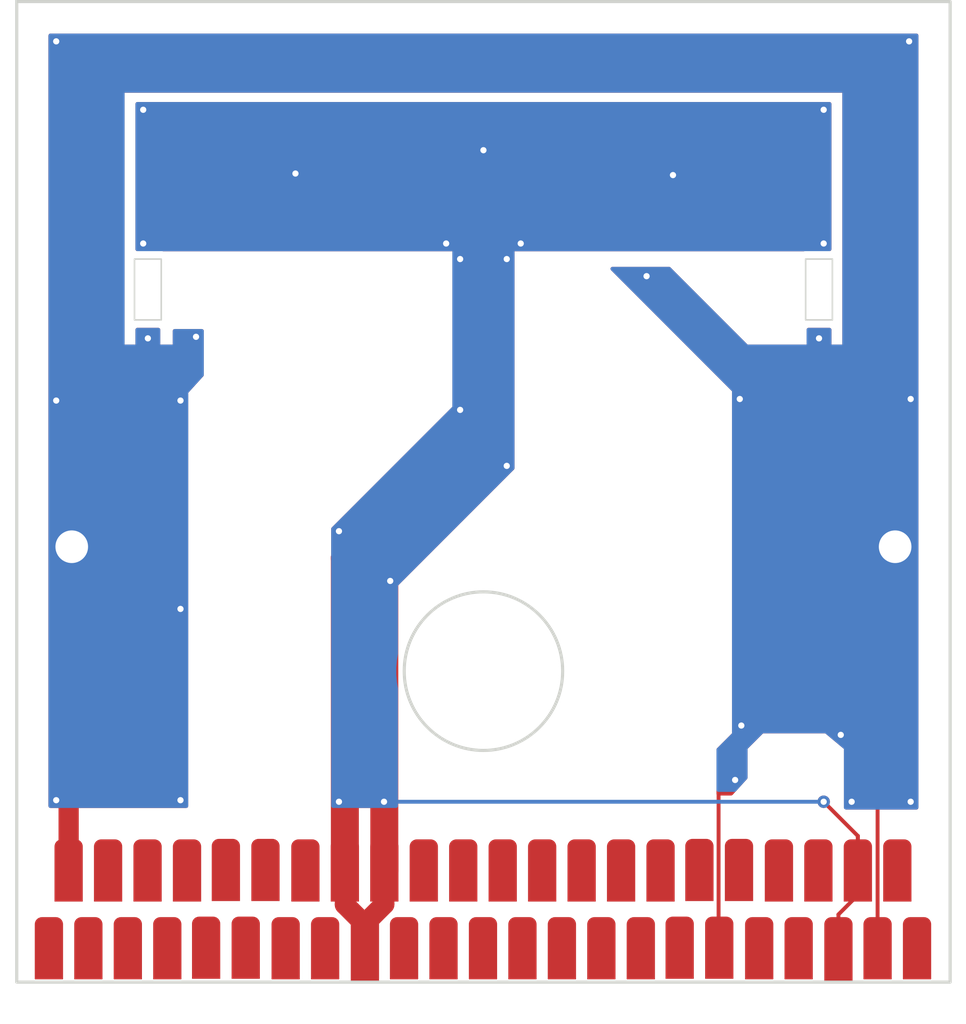
<source format=kicad_pcb>
(kicad_pcb (version 20211014) (generator pcbnew)
  (layers (0 "F.Cu" signal) (31 "B.Cu" signal) (34 "B.Paste" user) (35 "F.Paste" user) (36 "B.SilkS" user "B.Silkscreen") (37 "F.SilkS" user "F.Silkscreen") (38 "B.Mask" user) (39 "F.Mask" user) (44 "Edge.Cuts" user))
  (net 0 "")
  (net 2 "+5V")
  (net 16 "GND")
  (footprint "!GGFootprints:SG_GG_CARTRIDGE_FINGERS" (layer "F.Cu") (at 150 103.34)
    (fp_text reference "J1" hide)
    (fp_text value "SG_GG_CARTRIDGE_FINGERS")
    (pad "1" connect roundrect (at -27.97 2.48) (size 1.82 4) (layers "F.Cu" "F.Mask") (chamfer_ratio 0) (chamfer bottom_left bottom_right))
    (pad "2" connect roundrect (at -26.7 -2.52) (size 1.82 4) (layers "F.Cu" "F.Mask") (chamfer_ratio 0) (chamfer bottom_left bottom_right) (net 2 "+5V"))
    (pad "3" connect roundrect (at -25.43 2.48) (size 1.82 4) (layers "F.Cu" "F.Mask") (chamfer_ratio 0) (chamfer bottom_left bottom_right))
    (pad "4" connect roundrect (at -24.16 -2.52) (size 1.82 4) (layers "F.Cu" "F.Mask") (chamfer_ratio 0) (chamfer bottom_left bottom_right))
    (pad "5" connect roundrect (at -22.89 2.48) (size 1.82 4) (layers "F.Cu" "F.Mask") (chamfer_ratio 0) (chamfer bottom_left bottom_right))
    (pad "6" connect roundrect (at -21.62 -2.52) (size 1.82 4) (layers "F.Cu" "F.Mask") (chamfer_ratio 0) (chamfer bottom_left bottom_right))
    (pad "7" connect roundrect (at -20.35 2.48) (size 1.82 4) (layers "F.Cu" "F.Mask") (chamfer_ratio 0) (chamfer bottom_left bottom_right))
    (pad "8" connect roundrect (at -19.08 -2.52) (size 1.82 4) (layers "F.Cu" "F.Mask") (chamfer_ratio 0) (chamfer bottom_left bottom_right))
    (pad "9" connect roundrect (at -17.8496 2.447201) (size 1.82 4) (layers "F.Cu" "F.Mask") (chamfer_ratio 0) (chamfer bottom_left bottom_right))
    (pad "10" connect roundrect (at -16.5796 -2.552799) (size 1.82 4) (layers "F.Cu" "F.Mask") (chamfer_ratio 0) (chamfer bottom_left bottom_right))
    (pad "11" connect roundrect (at -15.3008 2.447201) (size 1.82 4) (layers "F.Cu" "F.Mask") (chamfer_ratio 0) (chamfer bottom_left bottom_right))
    (pad "12" connect roundrect (at -14.0308 -2.552799) (size 1.82 4) (layers "F.Cu" "F.Mask") (chamfer_ratio 0) (chamfer bottom_left bottom_right))
    (pad "13" connect roundrect (at -12.73 2.48) (size 1.82 4) (layers "F.Cu" "F.Mask") (chamfer_ratio 0) (chamfer bottom_left bottom_right))
    (pad "14" connect roundrect (at -11.46 -2.52) (size 1.82 4) (layers "F.Cu" "F.Mask") (chamfer_ratio 0) (chamfer bottom_left bottom_right))
    (pad "15" connect roundrect (at -10.19 2.48) (size 1.82 4) (layers "F.Cu" "F.Mask") (chamfer_ratio 0) (chamfer bottom_left bottom_right))
    (pad "16" connect roundrect (at -8.92 -2.52) (size 1.82 4) (layers "F.Cu" "F.Mask") (chamfer_ratio 0) (chamfer bottom_left bottom_right) (net 16 "GND"))
    (pad "17" connect roundrect (at -7.63 2.545) (size 1.82 4.13) (layers "F.Cu" "F.Mask") (chamfer_ratio 0) (chamfer bottom_left bottom_right) (net 16 "GND"))
    (pad "18" connect roundrect (at -6.38 -2.52) (size 1.82 4) (layers "F.Cu" "F.Mask") (chamfer_ratio 0) (chamfer bottom_left bottom_right) (net 16 "GND"))
    (pad "19" connect roundrect (at -5.11 2.48) (size 1.82 4) (layers "F.Cu" "F.Mask") (chamfer_ratio 0) (chamfer bottom_left bottom_right))
    (pad "20" connect roundrect (at -3.84 -2.52) (size 1.82 4) (layers "F.Cu" "F.Mask") (chamfer_ratio 0) (chamfer bottom_left bottom_right))
    (pad "21" connect roundrect (at -2.57 2.48) (size 1.82 4) (layers "F.Cu" "F.Mask") (chamfer_ratio 0) (chamfer bottom_left bottom_right))
    (pad "22" connect roundrect (at -1.3 -2.52) (size 1.82 4) (layers "F.Cu" "F.Mask") (chamfer_ratio 0) (chamfer bottom_left bottom_right))
    (pad "23" connect roundrect (at -0.03 2.48) (size 1.82 4) (layers "F.Cu" "F.Mask") (chamfer_ratio 0) (chamfer bottom_left bottom_right))
    (pad "24" connect roundrect (at 1.24 -2.52) (size 1.82 4) (layers "F.Cu" "F.Mask") (chamfer_ratio 0) (chamfer bottom_left bottom_right))
    (pad "25" connect roundrect (at 2.51 2.48) (size 1.82 4) (layers "F.Cu" "F.Mask") (chamfer_ratio 0) (chamfer bottom_left bottom_right))
    (pad "26" connect roundrect (at 3.78 -2.52) (size 1.82 4) (layers "F.Cu" "F.Mask") (chamfer_ratio 0) (chamfer bottom_left bottom_right))
    (pad "27" connect roundrect (at 5.05 2.48) (size 1.82 4) (layers "F.Cu" "F.Mask") (chamfer_ratio 0) (chamfer bottom_left bottom_right))
    (pad "28" connect roundrect (at 6.32 -2.52) (size 1.82 4) (layers "F.Cu" "F.Mask") (chamfer_ratio 0) (chamfer bottom_left bottom_right))
    (pad "29" connect roundrect (at 7.59 2.48) (size 1.82 4) (layers "F.Cu" "F.Mask") (chamfer_ratio 0) (chamfer bottom_left bottom_right))
    (pad "30" connect roundrect (at 8.86 -2.52) (size 1.82 4) (layers "F.Cu" "F.Mask") (chamfer_ratio 0) (chamfer bottom_left bottom_right))
    (pad "31" connect roundrect (at 10.13 2.48) (size 1.82 4) (layers "F.Cu" "F.Mask") (chamfer_ratio 0) (chamfer bottom_left bottom_right))
    (pad "32" connect roundrect (at 11.4 -2.52) (size 1.82 4) (layers "F.Cu" "F.Mask") (chamfer_ratio 0) (chamfer bottom_left bottom_right))
    (pad "33" connect roundrect (at 12.6304 2.447201) (size 1.82 4) (layers "F.Cu" "F.Mask") (chamfer_ratio 0) (chamfer bottom_left bottom_right))
    (pad "34" connect roundrect (at 13.9004 -2.552799) (size 1.82 4) (layers "F.Cu" "F.Mask") (chamfer_ratio 0) (chamfer bottom_left bottom_right))
    (pad "35" connect roundrect (at 15.1792 2.447201) (size 1.82 4) (layers "F.Cu" "F.Mask") (chamfer_ratio 0) (chamfer bottom_left bottom_right) (net 2 "+5V"))
    (pad "36" connect roundrect (at 16.4492 -2.552799) (size 1.82 4) (layers "F.Cu" "F.Mask") (chamfer_ratio 0) (chamfer bottom_left bottom_right))
    (pad "37" connect roundrect (at 17.75 2.48) (size 1.82 4) (layers "F.Cu" "F.Mask") (chamfer_ratio 0) (chamfer bottom_left bottom_right))
    (pad "38" connect roundrect (at 19.02 -2.52) (size 1.82 4) (layers "F.Cu" "F.Mask") (chamfer_ratio 0) (chamfer bottom_left bottom_right))
    (pad "39" connect roundrect (at 20.29 2.48) (size 1.82 4) (layers "F.Cu" "F.Mask") (chamfer_ratio 0) (chamfer bottom_left bottom_right))
    (pad "40" connect roundrect (at 21.56 -2.52) (size 1.82 4) (layers "F.Cu" "F.Mask") (chamfer_ratio 0) (chamfer bottom_left bottom_right))
    (pad "41" connect roundrect (at 22.85 2.545) (size 1.82 4.13) (layers "F.Cu" "F.Mask") (chamfer_ratio 0) (chamfer bottom_left bottom_right) (net 16 "GND"))
    (pad "42" connect roundrect (at 24.1 -2.52) (size 1.82 4) (layers "F.Cu" "F.Mask") (chamfer_ratio 0) (chamfer bottom_left bottom_right) (net 16 "GND"))
    (pad "43" connect roundrect (at 25.37 2.48) (size 1.82 4) (layers "F.Cu" "F.Mask") (chamfer_ratio 0) (chamfer bottom_left bottom_right) (net 2 "+5V"))
    (pad "44" connect roundrect (at 26.64 -2.52) (size 1.82 4) (layers "F.Cu" "F.Mask") (chamfer_ratio 0) (chamfer bottom_left bottom_right))
    (pad "45" connect roundrect (at 27.91 2.48) (size 1.82 4) (layers "F.Cu" "F.Mask") (chamfer_ratio 0) (chamfer bottom_left bottom_right))
  )
  (gr_rect (start 119.96 108) (end 180.04 44.94) (layer "Edge.Cuts") (width 0.2) (fill none))
  (gr_circle (center 150 88) (end 155.1 88) (layer "Edge.Cuts") (width 0.2) (fill none))
  (gr_rect (start 170.738632 65.413285) (end 172.461369 61.5) (layer "Edge.Cuts") (width 0.1) (fill none))
  (gr_rect (start 127.538632 65.413285) (end 129.261369 61.5) (layer "Edge.Cuts") (width 0.1) (fill none))
  (segment (start 123.3 80.2) (end 123.5 80) (width 1.3) (layer "F.Cu") (net 2))
  (segment (start 123.3 100.82) (end 123.3 80.2) (width 1.3) (layer "F.Cu") (net 2))
  (segment (start 165.1354 93.8646) (end 165.7 93.3) (width 0.25) (layer "F.Cu") (net 2))
  (segment (start 175.37 105.82) (end 175.37 83.63) (width 0.25) (layer "F.Cu") (net 2))
  (segment (start 165.1792 105.787201) (end 165.1354 105.743401) (width 0.25) (layer "F.Cu") (net 2))
  (segment (start 176.5 82.5) (end 176.5 80) (width 1.3) (layer "F.Cu") (net 2))
  (segment (start 165.1354 105.743401) (end 165.1354 93.8646) (width 0.25) (layer "F.Cu") (net 2))
  (segment (start 175.37 83.63) (end 176.5 82.5) (width 0.25) (layer "F.Cu") (net 2))
  (segment (start 165.7 93.3) (end 176.5 82.5) (width 1.3) (layer "F.Cu") (net 2))
  (via (at 130.5 84) (size 0.8) (drill 0.4) (layers "F.Cu" "B.Cu") (net 2))
  (via (at 122.5 47.5) (size 0.8) (drill 0.4) (layers "F.Cu" "B.Cu") (net 2))
  (via (at 122.5 96.3) (size 0.8) (drill 0.4) (layers "F.Cu" "B.Cu") (net 2))
  (via (at 173.7 96.4) (size 0.8) (drill 0.4) (layers "F.Cu" "B.Cu") (net 2))
  (via (at 173 92.1) (size 0.8) (drill 0.4) (layers "F.Cu" "B.Cu") (net 2))
  (via (at 166.5 70.5) (size 0.8) (drill 0.4) (layers "F.Cu" "B.Cu") (net 2))
  (via (at 160.5 62.6) (size 0.8) (drill 0.4) (layers "F.Cu" "B.Cu") (net 2))
  (via (at 166.6 91.5) (size 0.8) (drill 0.4) (layers "F.Cu" "B.Cu") (net 2))
  (via (at 177.5 96.4) (size 0.8) (drill 0.4) (layers "F.Cu" "B.Cu") (net 2))
  (via (at 176.5 80) (size 2.3) (drill 2.1) (layers "F.Cu" "B.Cu") (net 2))
  (via (at 122.5 70.6) (size 0.8) (drill 0.4) (layers "F.Cu" "B.Cu") (net 2))
  (via (at 130.5 70.6) (size 0.8) (drill 0.4) (layers "F.Cu" "B.Cu") (net 2))
  (via (at 128.4 66.6) (size 0.8) (drill 0.4) (layers "F.Cu" "B.Cu") (net 2))
  (via (at 130.5 96.3) (size 0.8) (drill 0.4) (layers "F.Cu" "B.Cu") (net 2))
  (via (at 166.2 95) (size 0.8) (drill 0.4) (layers "F.Cu" "B.Cu") (net 2))
  (via (at 171.6 66.6) (size 0.8) (drill 0.4) (layers "F.Cu" "B.Cu") (net 2))
  (via (at 131.5 66.5) (size 0.8) (drill 0.4) (layers "F.Cu" "B.Cu") (net 2))
  (via (at 123.5 80) (size 2.3) (drill 2.1) (layers "F.Cu" "B.Cu") (net 2))
  (via (at 177.5 70.5) (size 0.8) (drill 0.4) (layers "F.Cu" "B.Cu") (net 2))
  (via (at 177.4 47.5) (size 0.8) (drill 0.4) (layers "F.Cu" "B.Cu") (net 2))
  (segment (start 141.08 100.82) (end 141.08 103.01) (width 1.3) (layer "F.Cu") (net 16))
  (segment (start 143.62 100.82) (end 143.62 78.22) (width 1.8) (layer "F.Cu") (net 16))
  (segment (start 143.62 100.82) (end 143.62 102.989446) (width 1.3) (layer "F.Cu") (net 16))
  (segment (start 172.85 103.65) (end 172.85 105.885) (width 0.25) (layer "F.Cu") (net 16))
  (segment (start 142.37 104.3) (end 142.37 105.885) (width 1.65) (layer "F.Cu") (net 16))
  (segment (start 171.9 96.4) (end 174.1 98.6) (width 0.25) (layer "F.Cu") (net 16))
  (segment (start 143.6 78.2) (end 150 71.8) (width 1.8) (layer "F.Cu") (net 16))
  (segment (start 150 71.8) (end 150 54.5) (width 1.8) (layer "F.Cu") (net 16))
  (segment (start 141.08 103.01) (end 142.37 104.3) (width 1.3) (layer "F.Cu") (net 16))
  (segment (start 143.62 78.22) (end 143.6 78.2) (width 1.3) (layer "F.Cu") (net 16))
  (segment (start 141.08 100.82) (end 141.08 80.72) (width 1.8) (layer "F.Cu") (net 16))
  (segment (start 174.1 98.6) (end 174.1 102.4) (width 0.25) (layer "F.Cu") (net 16))
  (segment (start 142.37 104.14) (end 142.37 105.885) (width 1) (layer "F.Cu") (net 16))
  (segment (start 141.08 80.72) (end 143.6 78.2) (width 1.8) (layer "F.Cu") (net 16))
  (segment (start 174.1 102.4) (end 172.85 103.65) (width 0.25) (layer "F.Cu") (net 16))
  (segment (start 174.1 98.6) (end 174.1 100.82) (width 0.25) (layer "F.Cu") (net 16))
  (segment (start 143.62 102.989446) (end 142.379221 104.230225) (width 1.3) (layer "F.Cu") (net 16))
  (via (at 148.5 71.2) (size 0.8) (drill 0.4) (layers "F.Cu" "B.Cu") (net 16))
  (via (at 171.9 51.9) (size 0.8) (drill 0.4) (layers "F.Cu" "B.Cu") (net 16))
  (via (at 143.6 96.4) (size 0.8) (drill 0.4) (layers "F.Cu" "B.Cu") (net 16))
  (via (at 171.9 60.5) (size 0.8) (drill 0.4) (layers "F.Cu" "B.Cu") (net 16))
  (via (at 150 54.5) (size 0.8) (drill 0.4) (layers "F.Cu" "B.Cu") (net 16))
  (via (at 152.4 60.5) (size 0.8) (drill 0.4) (layers "F.Cu" "B.Cu") (net 16))
  (via (at 162.2 56.1) (size 0.8) (drill 0.4) (layers "F.Cu" "B.Cu") (net 16))
  (via (at 137.9 56) (size 0.8) (drill 0.4) (layers "F.Cu" "B.Cu") (net 16))
  (via (at 147.6 60.5) (size 0.8) (drill 0.4) (layers "F.Cu" "B.Cu") (net 16))
  (via (at 140.7 96.4) (size 0.8) (drill 0.4) (layers "F.Cu" "B.Cu") (net 16))
  (via (at 148.5 61.5) (size 0.8) (drill 0.4) (layers "F.Cu" "B.Cu") (net 16))
  (via (at 171.9 96.4) (size 0.8) (drill 0.4) (layers "F.Cu" "B.Cu") (net 16))
  (via (at 140.7 79) (size 0.8) (drill 0.4) (layers "F.Cu" "B.Cu") (net 16))
  (via (at 151.5 74.8) (size 0.8) (drill 0.4) (layers "F.Cu" "B.Cu") (net 16))
  (via (at 128.1 51.9) (size 0.8) (drill 0.4) (layers "F.Cu" "B.Cu") (net 16))
  (via (at 151.5 61.5) (size 0.8) (drill 0.4) (layers "F.Cu" "B.Cu") (net 16))
  (via (at 144 82.2) (size 0.8) (drill 0.4) (layers "F.Cu" "B.Cu") (net 16))
  (via (at 128.1 60.5) (size 0.8) (drill 0.4) (layers "F.Cu" "B.Cu") (net 16))
  (segment (start 143.6 96.4) (end 140.7 96.4) (width 0.25) (layer "B.Cu") (net 16))
  (segment (start 171.9 96.4) (end 143.6 96.4) (width 0.25) (layer "B.Cu") (net 16))
  (zone (net 16) (net_name "GND") (layers F&B.Cu) (connect_pads (clearance 0.508)) (min_thickness 0.254) (fill yes (thermal_gap 0.508) (thermal_bridge_width 0.508))
    (polygon (pts (xy 152 75) (xy 144.5 82.5) (xy 144.5 96.8) (xy 140.2 96.8) (xy 140.2 78.8) (xy 148 71) (xy 148 60.9) (xy 152 60.9)))
  )
  (zone (net 2) (net_name "+5V") (layers F&B.Cu) (connect_pads (clearance 0.508)) (min_thickness 0.254) (fill yes (thermal_gap 0.508) (thermal_bridge_width 0.508))
    (polygon (pts (xy 178 96.9) (xy 173.2 96.9) (xy 173.2 93) (xy 172 92) (xy 168 92) (xy 167 93) (xy 167 94.9) (xy 166 96) (xy 165 96) (xy 165 93) (xy 166 92) (xy 166 70) (xy 158 62) (xy 162 62) (xy 167 67) (xy 170.8 67) (xy 170.8 65.9) (xy 172.4 65.9) (xy 172.4 67) (xy 173.1 67) (xy 173.1 50.8) (xy 126.9 50.8) (xy 126.9 67) (xy 127.6 67) (xy 127.6 65.9) (xy 129.2 65.9) (xy 129.2 67) (xy 130 67) (xy 130 66) (xy 132 66) (xy 132 69) (xy 131 70.1) (xy 131 96.8) (xy 122 96.8) (xy 122 47) (xy 178 47)))
  )
  (zone (net 16) (net_name "GND") (layers F&B.Cu) (connect_pads (clearance 0.508)) (min_thickness 0.254) (fill yes (thermal_gap 0.508) (thermal_bridge_width 0.508))
    (polygon (pts (xy 172.4 61) (xy 127.6 61) (xy 127.6 51.4) (xy 172.4 51.4)))
  )
)
</source>
